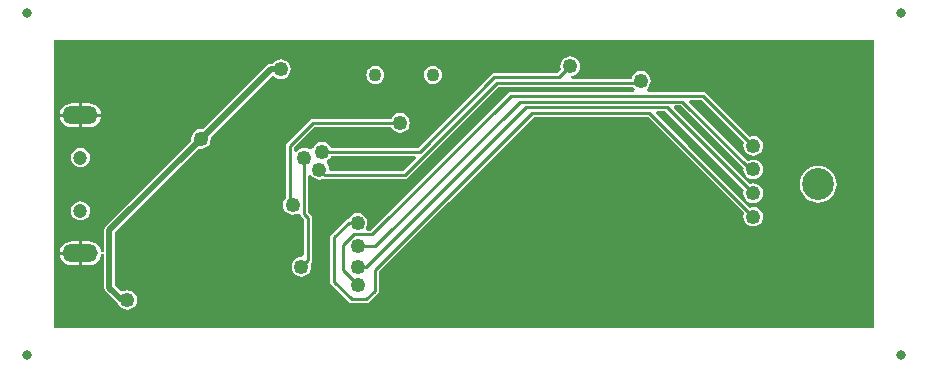
<source format=gbl>
G04*
G04 #@! TF.GenerationSoftware,Altium Limited,Altium Designer,18.1.1 (9)*
G04*
G04 Layer_Physical_Order=2*
G04 Layer_Color=16711680*
%FSLAX42Y42*%
%MOMM*%
G71*
G01*
G75*
%ADD32C,1.20*%
%ADD55C,0.25*%
%ADD56C,0.50*%
%ADD59C,0.80*%
%ADD60C,1.25*%
%ADD61C,2.70*%
%ADD62C,1.10*%
%ADD63O,3.00X1.50*%
G36*
X6969Y31D02*
X31D01*
Y2469D01*
X6969D01*
Y31D01*
D02*
G37*
%LPC*%
G36*
X1950Y2308D02*
X1928Y2305D01*
X1908Y2297D01*
X1891Y2284D01*
X1881Y2271D01*
X1866D01*
X1848Y2267D01*
X1833Y2257D01*
X1291Y1716D01*
X1275Y1718D01*
X1253Y1715D01*
X1233Y1707D01*
X1216Y1693D01*
X1203Y1676D01*
X1195Y1656D01*
X1192Y1634D01*
X1194Y1618D01*
X468Y892D01*
X458Y877D01*
X454Y860D01*
Y675D01*
X429Y674D01*
X428Y680D01*
X427Y691D01*
X417Y716D01*
X401Y737D01*
X380Y753D01*
X355Y763D01*
X329Y766D01*
X267D01*
Y665D01*
Y564D01*
X329D01*
X355Y567D01*
X380Y577D01*
X401Y593D01*
X417Y614D01*
X427Y639D01*
X428Y650D01*
X429Y656D01*
X454Y655D01*
Y375D01*
X458Y357D01*
X468Y343D01*
X573Y238D01*
X575Y236D01*
X578Y228D01*
X591Y211D01*
X608Y198D01*
X628Y190D01*
X650Y187D01*
X672Y190D01*
X692Y198D01*
X709Y211D01*
X722Y228D01*
X730Y248D01*
X733Y270D01*
X730Y292D01*
X722Y312D01*
X709Y329D01*
X692Y342D01*
X672Y350D01*
X650Y353D01*
X628Y350D01*
X608Y342D01*
X602Y337D01*
X546Y394D01*
Y840D01*
X1259Y1553D01*
X1275Y1551D01*
X1297Y1554D01*
X1317Y1562D01*
X1334Y1576D01*
X1347Y1593D01*
X1355Y1613D01*
X1358Y1634D01*
X1356Y1651D01*
X1873Y2167D01*
X1891Y2166D01*
X1908Y2153D01*
X1928Y2145D01*
X1950Y2142D01*
X1972Y2145D01*
X1992Y2153D01*
X2009Y2166D01*
X2022Y2183D01*
X2030Y2203D01*
X2033Y2225D01*
X2030Y2247D01*
X2022Y2267D01*
X2009Y2284D01*
X1992Y2297D01*
X1972Y2305D01*
X1950Y2308D01*
D02*
G37*
G36*
X3238Y2251D02*
X3218Y2248D01*
X3200Y2241D01*
X3185Y2228D01*
X3172Y2213D01*
X3165Y2195D01*
X3162Y2175D01*
X3165Y2155D01*
X3172Y2137D01*
X3185Y2122D01*
X3200Y2109D01*
X3218Y2102D01*
X3238Y2099D01*
X3258Y2102D01*
X3276Y2109D01*
X3291Y2122D01*
X3304Y2137D01*
X3311Y2155D01*
X3314Y2175D01*
X3311Y2195D01*
X3304Y2213D01*
X3291Y2228D01*
X3276Y2241D01*
X3258Y2248D01*
X3238Y2251D01*
D02*
G37*
G36*
X2750D02*
X2730Y2248D01*
X2712Y2241D01*
X2697Y2228D01*
X2684Y2213D01*
X2677Y2195D01*
X2674Y2175D01*
X2677Y2155D01*
X2684Y2137D01*
X2697Y2122D01*
X2712Y2109D01*
X2730Y2102D01*
X2750Y2099D01*
X2770Y2102D01*
X2788Y2109D01*
X2803Y2122D01*
X2816Y2137D01*
X2823Y2155D01*
X2826Y2175D01*
X2823Y2195D01*
X2816Y2213D01*
X2803Y2228D01*
X2788Y2241D01*
X2770Y2248D01*
X2750Y2251D01*
D02*
G37*
G36*
X329Y1936D02*
X267D01*
Y1848D01*
X429D01*
X427Y1861D01*
X417Y1886D01*
X401Y1907D01*
X380Y1923D01*
X355Y1933D01*
X329Y1936D01*
D02*
G37*
G36*
X241D02*
X179D01*
X153Y1933D01*
X128Y1923D01*
X107Y1907D01*
X91Y1886D01*
X81Y1861D01*
X79Y1848D01*
X241D01*
Y1936D01*
D02*
G37*
G36*
X429Y1822D02*
X267D01*
Y1734D01*
X329D01*
X355Y1737D01*
X380Y1747D01*
X401Y1763D01*
X417Y1784D01*
X427Y1809D01*
X429Y1822D01*
D02*
G37*
G36*
X241D02*
X79D01*
X81Y1809D01*
X91Y1784D01*
X107Y1763D01*
X128Y1747D01*
X153Y1737D01*
X179Y1734D01*
X241D01*
Y1822D01*
D02*
G37*
G36*
X4400Y2333D02*
X4378Y2330D01*
X4358Y2322D01*
X4341Y2309D01*
X4328Y2292D01*
X4320Y2272D01*
X4317Y2250D01*
X4320Y2228D01*
X4323Y2220D01*
X4291Y2188D01*
X3755D01*
X3742Y2186D01*
X3732Y2178D01*
X3111Y1558D01*
X2376D01*
X2372Y1567D01*
X2359Y1584D01*
X2342Y1597D01*
X2322Y1605D01*
X2300Y1608D01*
X2278Y1605D01*
X2258Y1597D01*
X2241Y1584D01*
X2228Y1567D01*
X2223Y1555D01*
X2202Y1545D01*
X2194Y1545D01*
X2192Y1547D01*
X2172Y1555D01*
X2150Y1558D01*
X2128Y1555D01*
X2108Y1547D01*
X2091Y1534D01*
X2083Y1523D01*
X2058Y1532D01*
Y1561D01*
X2234Y1737D01*
X2884D01*
X2888Y1728D01*
X2901Y1711D01*
X2918Y1698D01*
X2938Y1690D01*
X2960Y1687D01*
X2982Y1690D01*
X3002Y1698D01*
X3019Y1711D01*
X3032Y1728D01*
X3040Y1748D01*
X3043Y1770D01*
X3040Y1792D01*
X3032Y1812D01*
X3019Y1829D01*
X3002Y1842D01*
X2982Y1850D01*
X2960Y1853D01*
X2938Y1850D01*
X2918Y1842D01*
X2901Y1829D01*
X2888Y1812D01*
X2884Y1803D01*
X2220D01*
X2207Y1801D01*
X2197Y1793D01*
X2002Y1598D01*
X1994Y1588D01*
X1992Y1575D01*
Y1134D01*
X1991Y1134D01*
X1978Y1117D01*
X1970Y1097D01*
X1967Y1075D01*
X1970Y1053D01*
X1978Y1033D01*
X1991Y1016D01*
X2008Y1003D01*
X2028Y995D01*
X2050Y992D01*
X2072Y995D01*
X2092Y1003D01*
X2092Y1003D01*
X2106Y999D01*
X2118Y991D01*
X2119Y983D01*
X2127Y972D01*
X2147Y952D01*
Y656D01*
X2125Y633D01*
X2103Y630D01*
X2083Y622D01*
X2066Y609D01*
X2053Y592D01*
X2045Y572D01*
X2042Y550D01*
X2045Y528D01*
X2053Y508D01*
X2066Y491D01*
X2083Y478D01*
X2103Y470D01*
X2125Y467D01*
X2147Y470D01*
X2167Y478D01*
X2184Y491D01*
X2197Y508D01*
X2205Y528D01*
X2208Y550D01*
X2205Y572D01*
X2202Y580D01*
X2203Y582D01*
X2211Y592D01*
X2213Y605D01*
Y966D01*
X2211Y978D01*
X2203Y989D01*
X2183Y1009D01*
Y1321D01*
X2195Y1326D01*
X2208Y1327D01*
X2219Y1314D01*
X2236Y1300D01*
X2256Y1292D01*
X2277Y1289D01*
X2299Y1292D01*
X2309Y1296D01*
X2312Y1294D01*
X2325Y1292D01*
X3000D01*
X3013Y1294D01*
X3023Y1302D01*
X3799Y2077D01*
X4933D01*
X4941Y2066D01*
X4952Y2058D01*
X4943Y2033D01*
X3900D01*
X3887Y2031D01*
X3877Y2023D01*
X2711Y858D01*
X2684D01*
X2672Y883D01*
X2672Y883D01*
X2680Y903D01*
X2683Y925D01*
X2680Y947D01*
X2672Y967D01*
X2659Y984D01*
X2642Y997D01*
X2622Y1005D01*
X2600Y1008D01*
X2578Y1005D01*
X2558Y997D01*
X2541Y984D01*
X2528Y967D01*
X2524Y958D01*
X2512Y956D01*
X2502Y948D01*
X2377Y823D01*
X2369Y813D01*
X2367Y800D01*
Y425D01*
X2369Y412D01*
X2377Y402D01*
X2527Y252D01*
X2537Y244D01*
X2550Y242D01*
X2675D01*
X2688Y244D01*
X2698Y252D01*
X2773Y327D01*
X2781Y337D01*
X2783Y350D01*
Y511D01*
X3373Y1102D01*
X3373Y1102D01*
X4094Y1822D01*
X5056D01*
X5352Y1527D01*
X5352Y1527D01*
X5873Y1005D01*
X5870Y997D01*
X5867Y975D01*
X5870Y953D01*
X5878Y933D01*
X5891Y916D01*
X5908Y903D01*
X5928Y895D01*
X5950Y892D01*
X5972Y895D01*
X5992Y903D01*
X6009Y916D01*
X6022Y933D01*
X6030Y953D01*
X6033Y975D01*
X6030Y997D01*
X6022Y1017D01*
X6009Y1034D01*
X5992Y1047D01*
X5972Y1055D01*
X5950Y1058D01*
X5928Y1055D01*
X5920Y1052D01*
X5398Y1573D01*
X5123Y1849D01*
X5132Y1872D01*
X5206D01*
X5873Y1205D01*
X5870Y1197D01*
X5867Y1175D01*
X5870Y1153D01*
X5878Y1133D01*
X5891Y1116D01*
X5908Y1103D01*
X5928Y1095D01*
X5950Y1092D01*
X5972Y1095D01*
X5992Y1103D01*
X6009Y1116D01*
X6022Y1133D01*
X6030Y1153D01*
X6033Y1175D01*
X6030Y1197D01*
X6022Y1217D01*
X6009Y1234D01*
X5992Y1247D01*
X5972Y1255D01*
X5950Y1258D01*
X5928Y1255D01*
X5920Y1252D01*
X5278Y1894D01*
X5287Y1917D01*
X5336D01*
X5868Y1385D01*
X5867Y1375D01*
X5870Y1353D01*
X5878Y1333D01*
X5891Y1316D01*
X5908Y1303D01*
X5928Y1295D01*
X5950Y1292D01*
X5972Y1295D01*
X5992Y1303D01*
X6009Y1316D01*
X6022Y1333D01*
X6030Y1353D01*
X6033Y1375D01*
X6030Y1397D01*
X6022Y1417D01*
X6009Y1434D01*
X5992Y1447D01*
X5972Y1455D01*
X5950Y1458D01*
X5928Y1455D01*
X5908Y1447D01*
X5904Y1443D01*
X5403Y1944D01*
X5413Y1967D01*
X5511D01*
X5873Y1605D01*
X5870Y1597D01*
X5867Y1575D01*
X5870Y1553D01*
X5878Y1533D01*
X5891Y1516D01*
X5908Y1503D01*
X5928Y1495D01*
X5950Y1492D01*
X5972Y1495D01*
X5992Y1503D01*
X6009Y1516D01*
X6022Y1533D01*
X6030Y1553D01*
X6033Y1575D01*
X6030Y1597D01*
X6022Y1617D01*
X6009Y1634D01*
X5992Y1647D01*
X5972Y1655D01*
X5950Y1658D01*
X5928Y1655D01*
X5920Y1652D01*
X5548Y2023D01*
X5538Y2031D01*
X5525Y2033D01*
X5057D01*
X5048Y2058D01*
X5059Y2066D01*
X5072Y2083D01*
X5080Y2103D01*
X5083Y2125D01*
X5080Y2147D01*
X5072Y2167D01*
X5059Y2184D01*
X5042Y2197D01*
X5022Y2205D01*
X5000Y2208D01*
X4978Y2205D01*
X4958Y2197D01*
X4941Y2184D01*
X4928Y2167D01*
X4920Y2147D01*
X4919Y2143D01*
X4412D01*
X4410Y2168D01*
X4422Y2170D01*
X4442Y2178D01*
X4459Y2191D01*
X4472Y2208D01*
X4480Y2228D01*
X4483Y2250D01*
X4480Y2272D01*
X4472Y2292D01*
X4459Y2309D01*
X4442Y2322D01*
X4422Y2330D01*
X4400Y2333D01*
D02*
G37*
G36*
X254Y1556D02*
X233Y1553D01*
X214Y1545D01*
X197Y1532D01*
X184Y1515D01*
X176Y1496D01*
X173Y1475D01*
X176Y1454D01*
X184Y1435D01*
X197Y1418D01*
X214Y1405D01*
X233Y1397D01*
X254Y1394D01*
X275Y1397D01*
X294Y1405D01*
X311Y1418D01*
X324Y1435D01*
X332Y1454D01*
X335Y1475D01*
X332Y1496D01*
X324Y1515D01*
X311Y1532D01*
X294Y1545D01*
X275Y1553D01*
X254Y1556D01*
D02*
G37*
G36*
X6500Y1406D02*
X6470Y1403D01*
X6440Y1394D01*
X6413Y1380D01*
X6390Y1360D01*
X6370Y1337D01*
X6356Y1310D01*
X6347Y1280D01*
X6344Y1250D01*
X6347Y1220D01*
X6356Y1190D01*
X6370Y1163D01*
X6390Y1140D01*
X6413Y1120D01*
X6440Y1106D01*
X6470Y1097D01*
X6500Y1094D01*
X6530Y1097D01*
X6560Y1106D01*
X6587Y1120D01*
X6610Y1140D01*
X6630Y1163D01*
X6644Y1190D01*
X6653Y1220D01*
X6656Y1250D01*
X6653Y1280D01*
X6644Y1310D01*
X6630Y1337D01*
X6610Y1360D01*
X6587Y1380D01*
X6560Y1394D01*
X6530Y1403D01*
X6500Y1406D01*
D02*
G37*
G36*
X254Y1106D02*
X233Y1103D01*
X214Y1095D01*
X197Y1082D01*
X184Y1065D01*
X176Y1046D01*
X173Y1025D01*
X176Y1004D01*
X184Y985D01*
X197Y968D01*
X214Y955D01*
X233Y947D01*
X254Y944D01*
X275Y947D01*
X294Y955D01*
X311Y968D01*
X324Y985D01*
X332Y1004D01*
X335Y1025D01*
X332Y1046D01*
X324Y1065D01*
X311Y1082D01*
X294Y1095D01*
X275Y1103D01*
X254Y1106D01*
D02*
G37*
G36*
X241Y766D02*
X179D01*
X153Y763D01*
X128Y753D01*
X107Y737D01*
X91Y716D01*
X81Y691D01*
X79Y678D01*
X241D01*
Y766D01*
D02*
G37*
G36*
Y652D02*
X79D01*
X81Y639D01*
X91Y614D01*
X107Y593D01*
X128Y577D01*
X153Y567D01*
X179Y564D01*
X241D01*
Y652D01*
D02*
G37*
%LPD*%
G36*
X3097Y1469D02*
X2986Y1358D01*
X2373D01*
X2361Y1373D01*
X2358Y1394D01*
X2350Y1414D01*
X2341Y1426D01*
X2341Y1445D01*
X2345Y1456D01*
X2359Y1466D01*
X2372Y1483D01*
X2376Y1492D01*
X3087D01*
X3097Y1469D01*
D02*
G37*
D32*
X254Y1025D02*
D03*
Y1475D02*
D03*
D55*
X2150Y996D02*
X2180Y966D01*
X2150Y996D02*
Y1475D01*
X2180Y605D02*
Y966D01*
X2125Y550D02*
X2180Y605D01*
X2025Y1100D02*
Y1575D01*
Y1100D02*
X2050Y1075D01*
X3000Y1325D02*
X3785Y2110D01*
X2325Y1325D02*
X3000D01*
X2277Y1373D02*
X2325Y1325D01*
X2025Y1575D02*
X2220Y1770D01*
X2960D01*
X3125Y1525D02*
X3755Y2155D01*
X4305D02*
X4400Y2250D01*
X3755Y2155D02*
X4305D01*
X3785Y2110D02*
X4985D01*
X5000Y2125D01*
X5525Y2000D02*
X5950Y1575D01*
X3900Y2000D02*
X5525D01*
X2725Y825D02*
X3900Y2000D01*
X2300Y1525D02*
X3125D01*
X2600Y575D02*
X2625Y550D01*
X5220Y1905D02*
X5950Y1175D01*
X4030Y1905D02*
X5220D01*
X5350Y1950D02*
X5925Y1375D01*
X2750Y725D02*
X3975Y1950D01*
X2675Y550D02*
X4030Y1905D01*
X3975Y1950D02*
X5350D01*
X5070Y1855D02*
X5375Y1550D01*
X4080Y1855D02*
X5070D01*
X3350Y1125D02*
X4080Y1855D01*
X2566Y825D02*
X2725D01*
X2625Y550D02*
X2675D01*
X2475Y525D02*
Y734D01*
X2566Y825D01*
X2600Y725D02*
X2750D01*
X2750Y525D02*
X3350Y1125D01*
X2750Y350D02*
Y525D01*
X2675Y275D02*
X2750Y350D01*
X2550Y275D02*
X2675D01*
X2400Y425D02*
X2550Y275D01*
X2400Y425D02*
Y800D01*
X2475Y525D02*
X2600Y400D01*
X2525Y925D02*
X2600D01*
X2600Y550D02*
Y575D01*
X2400Y800D02*
X2525Y925D01*
X5375Y1550D02*
X5950Y975D01*
X5375Y1550D02*
X5375D01*
X5925Y1375D02*
X5950D01*
D56*
X605Y270D02*
X650D01*
X500Y375D02*
X605Y270D01*
X500Y375D02*
Y860D01*
X1275Y1634D01*
X1866Y2225D02*
X1950D01*
X1275Y1634D02*
X1866Y2225D01*
D59*
X7200Y-200D02*
D03*
X-200D02*
D03*
X7200Y2700D02*
D03*
X-200D02*
D03*
D60*
X2960Y1770D02*
D03*
X2060Y700D02*
D03*
X2250Y1030D02*
D03*
X2050Y1075D02*
D03*
X2150Y1475D02*
D03*
X5000Y2125D02*
D03*
X2277Y1373D02*
D03*
X2300Y1525D02*
D03*
X2950Y480D02*
D03*
X2600Y725D02*
D03*
Y925D02*
D03*
X2600Y550D02*
D03*
Y400D02*
D03*
X5600D02*
D03*
X3580Y190D02*
D03*
X1640Y1670D02*
D03*
X2650Y1425D02*
D03*
X650Y525D02*
D03*
X800Y875D02*
D03*
X2250Y1225D02*
D03*
X1875Y1300D02*
D03*
X3500Y2100D02*
D03*
X5100Y350D02*
D03*
Y650D02*
D03*
X2575Y2125D02*
D03*
X3400Y2300D02*
D03*
X3075Y2175D02*
D03*
X2900D02*
D03*
X2825Y100D02*
D03*
X2550D02*
D03*
X2100D02*
D03*
X500D02*
D03*
X200D02*
D03*
Y400D02*
D03*
Y2100D02*
D03*
X500D02*
D03*
X800D02*
D03*
Y2300D02*
D03*
X500D02*
D03*
X200D02*
D03*
X6500Y350D02*
D03*
X6750Y450D02*
D03*
X6900Y700D02*
D03*
Y550D02*
D03*
X4150Y2250D02*
D03*
X4400D02*
D03*
X4650D02*
D03*
X4900D02*
D03*
X5150D02*
D03*
X5400D02*
D03*
X5650D02*
D03*
X5900D02*
D03*
Y2000D02*
D03*
X6150Y2250D02*
D03*
X6400D02*
D03*
X6650D02*
D03*
X6900D02*
D03*
Y2000D02*
D03*
X6650D02*
D03*
X6400D02*
D03*
X6150D02*
D03*
X6900Y1750D02*
D03*
X6650D02*
D03*
X6400D02*
D03*
X6150D02*
D03*
X5200Y750D02*
D03*
Y450D02*
D03*
Y600D02*
D03*
Y300D02*
D03*
X5600Y750D02*
D03*
X6600Y700D02*
D03*
X6500Y550D02*
D03*
X6350Y450D02*
D03*
X6200Y400D02*
D03*
X6050D02*
D03*
X5900D02*
D03*
X5750D02*
D03*
X6200Y750D02*
D03*
X6050D02*
D03*
X5900D02*
D03*
X5750D02*
D03*
X6900Y200D02*
D03*
X6600D02*
D03*
X6300D02*
D03*
X6000D02*
D03*
X5700D02*
D03*
X3380Y190D02*
D03*
X5400Y200D02*
D03*
X5100D02*
D03*
X4700D02*
D03*
X4300D02*
D03*
X3900D02*
D03*
X5100Y500D02*
D03*
X4700D02*
D03*
X4300D02*
D03*
X3900D02*
D03*
X5100Y800D02*
D03*
X4700D02*
D03*
X4300D02*
D03*
X3900D02*
D03*
X5100Y1100D02*
D03*
X4700D02*
D03*
X4300D02*
D03*
X3900D02*
D03*
X5100Y1400D02*
D03*
X4700D02*
D03*
X4300D02*
D03*
X3900D02*
D03*
X1475Y1000D02*
D03*
X1275Y1634D02*
D03*
X1950Y2225D02*
D03*
X5950Y975D02*
D03*
Y1175D02*
D03*
Y1375D02*
D03*
Y1575D02*
D03*
X650Y270D02*
D03*
X2125Y550D02*
D03*
D61*
X6755Y995D02*
D03*
X6245Y1505D02*
D03*
X6755D02*
D03*
X6245Y995D02*
D03*
X6500Y1250D02*
D03*
D62*
X3238Y2175D02*
D03*
X2750D02*
D03*
D63*
X254Y665D02*
D03*
Y1835D02*
D03*
M02*

</source>
